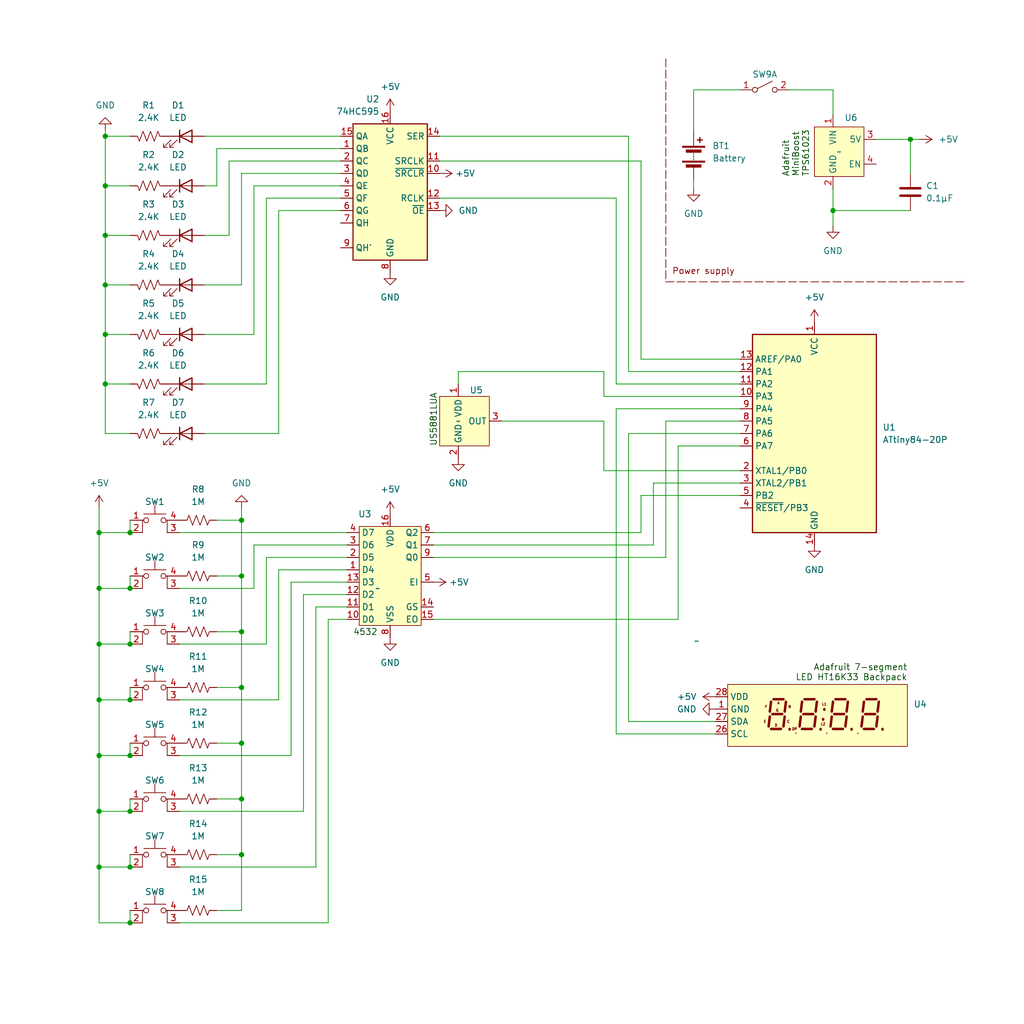
<source format=kicad_sch>
(kicad_sch (version 20230121) (generator eeschema)
  (paper "User" 210.007 210.007)
  (title_block (title "Digi-Roll") (date "2024-08-22") (rev "1") (company "zbauman3"))
  (lib_symbols
    (symbol "4xxx:4532"
      (property "Reference" "U" (at 5.08 11.43 0))
      (symbol "4532_1_1"
        (rectangle (start -6.35 10.16) (end 6.35 -10.16) (fill (type background)))
        (text "4532" (at 5.08 -11.43 0) (effects (font (size 1.27 1.27))))
        (pin input line (at 8.89 1.27 180) (length 2.54) (name "D4") (number "1"))
        (pin input line (at 8.89 -8.89 180) (length 2.54) (name "D0") (number "10"))
        (pin input line (at 8.89 -6.35 180) (length 2.54) (name "D1") (number "11"))
        (pin input line (at 8.89 -3.81 180) (length 2.54) (name "D2") (number "12"))
        (pin input line (at 8.89 -1.27 180) (length 2.54) (name "D3") (number "13"))
        (pin output line (at -8.89 -6.35 0) (length 2.54) (name "GS") (number "14"))
        (pin output line (at -8.89 -8.89 0) (length 2.54) (name "EO") (number "15"))
        (pin power_in line (at 0 12.7 270) (length 2.54) (name "VDD") (number "16"))
        (pin input line (at 8.89 3.81 180) (length 2.54) (name "D5") (number "2"))
        (pin input line (at 8.89 6.35 180) (length 2.54) (name "D6") (number "3"))
        (pin input line (at 8.89 8.89 180) (length 2.54) (name "D7") (number "4"))
        (pin input line (at -8.89 -1.27 0) (length 2.54) (name "EI") (number "5"))
        (pin output line (at -8.89 8.89 0) (length 2.54) (name "Q2") (number "6"))
        (pin output line (at -8.89 6.35 0) (length 2.54) (name "Q1") (number "7"))
        (pin power_in line (at 0 -12.7 90) (length 2.54) (name "VSS") (number "8"))
        (pin output line (at -8.89 3.81 0) (length 2.54) (name "Q0") (number "9"))
      )
    )
    (symbol "74xx:74HC595"
      (property "Reference" "U" (at -7.62 13.97 0))
      (property "Value" "74HC595" (at -7.62 -16.51 0))
      (symbol "74HC595_1_0"
        (pin tri_state line (at 10.16 7.62 180) (length 2.54) (name "QB") (number "1"))
        (pin input line (at -10.16 2.54 0) (length 2.54) (name "~{SRCLR}") (number "10"))
        (pin input line (at -10.16 5.08 0) (length 2.54) (name "SRCLK") (number "11"))
        (pin input line (at -10.16 -2.54 0) (length 2.54) (name "RCLK") (number "12"))
        (pin input line (at -10.16 -5.08 0) (length 2.54) (name "~{OE}") (number "13"))
        (pin input line (at -10.16 10.16 0) (length 2.54) (name "SER") (number "14"))
        (pin tri_state line (at 10.16 10.16 180) (length 2.54) (name "QA") (number "15"))
        (pin power_in line (at 0 15.24 270) (length 2.54) (name "VCC") (number "16"))
        (pin tri_state line (at 10.16 5.08 180) (length 2.54) (name "QC") (number "2"))
        (pin tri_state line (at 10.16 2.54 180) (length 2.54) (name "QD") (number "3"))
        (pin tri_state line (at 10.16 0 180) (length 2.54) (name "QE") (number "4"))
        (pin tri_state line (at 10.16 -2.54 180) (length 2.54) (name "QF") (number "5"))
        (pin tri_state line (at 10.16 -5.08 180) (length 2.54) (name "QG") (number "6"))
        (pin tri_state line (at 10.16 -7.62 180) (length 2.54) (name "QH") (number "7"))
        (pin power_in line (at 0 -17.78 90) (length 2.54) (name "GND") (number "8"))
        (pin output line (at 10.16 -12.7 180) (length 2.54) (name "QH'") (number "9"))
      )
      (symbol "74HC595_1_1"
        (rectangle (start -7.62 12.7) (end 7.62 -15.24) (stroke (width 0.254)) (fill (type background)))
      )
    )
    (symbol "Device:Battery" (pin_numbers hide) (pin_names (offset 0) hide)
      (property "Reference" "BT" (at 2.54 2.54 0))
      (property "Value" "Battery" (at 2.54 0 0))
      (symbol "Battery_0_1"
        (rectangle (start -2.286 -1.27) (end 2.286 -1.524) (fill (type outline)))
        (rectangle (start -2.286 1.778) (end 2.286 1.524) (fill (type outline)))
        (rectangle (start -1.524 -2.032) (end 1.524 -2.54) (fill (type outline)))
        (rectangle (start -1.524 1.016) (end 1.524 0.508) (fill (type outline)))
        (polyline (pts (xy 0 -1.016) (xy 0 -0.762)))
        (polyline (pts (xy 0 -0.508) (xy 0 -0.254)))
        (polyline (pts (xy 0 0) (xy 0 0.254)))
        (polyline (pts (xy 0 1.778) (xy 0 2.54)))
        (polyline (pts (xy 0.762 3.048) (xy 1.778 3.048)) (stroke (width 0.254)))
        (polyline (pts (xy 1.27 3.556) (xy 1.27 2.54)) (stroke (width 0.254)))
      )
      (symbol "Battery_1_1"
        (pin passive line (at 0 5.08 270) (length 2.54) (name "+") (number "1"))
        (pin passive line (at 0 -5.08 90) (length 2.54) (name "-") (number "2"))
      )
    )
    (symbol "Device:C" (pin_numbers hide) (pin_names (offset 0.254))
      (property "Reference" "C" (at 0.635 2.54 0))
      (property "Value" "C" (at 0.635 -2.54 0))
      (symbol "C_0_1"
        (polyline (pts (xy -2.032 -0.762) (xy 2.032 -0.762)) (stroke (width 0.508)))
        (polyline (pts (xy -2.032 0.762) (xy 2.032 0.762)) (stroke (width 0.508)))
      )
      (symbol "C_1_1"
        (pin passive line (at 0 3.81 270) (length 2.794) (name "~") (number "1"))
        (pin passive line (at 0 -3.81 90) (length 2.794) (name "~") (number "2"))
      )
    )
    (symbol "Device:LED" (pin_numbers hide) (pin_names (offset 1.016) hide)
      (property "Reference" "D" (at 0 2.54 0))
      (property "Value" "LED" (at 0 -2.54 0))
      (symbol "LED_0_1"
        (polyline (pts (xy -1.27 -1.27) (xy -1.27 1.27)) (stroke (width 0.254)))
        (polyline (pts (xy -1.27 0) (xy 1.27 0)))
        (polyline (pts (xy 1.27 -1.27) (xy 1.27 1.27) (xy -1.27 0) (xy 1.27 -1.27)) (stroke (width 0.254)))
        (polyline (pts (xy -3.048 -0.762) (xy -4.572 -2.286) (xy -3.81 -2.286) (xy -4.572 -2.286) (xy -4.572 -1.524)))
        (polyline (pts (xy -1.778 -0.762) (xy -3.302 -2.286) (xy -2.54 -2.286) (xy -3.302 -2.286) (xy -3.302 -1.524)))
      )
      (symbol "LED_1_1"
        (pin passive line (at -3.81 0 0) (length 2.54) (name "K") (number "1"))
        (pin passive line (at 3.81 0 180) (length 2.54) (name "A") (number "2"))
      )
    )
    (symbol "Device:R_US" (pin_numbers hide) (pin_names (offset 0))
      (property "Reference" "R" (at 2.54 0 90))
      (property "Value" "R_US" (at -2.54 0 90))
      (symbol "R_US_0_1"
        (polyline (pts (xy 0 -2.286) (xy 0 -2.54)))
        (polyline (pts (xy 0 2.286) (xy 0 2.54)))
        (polyline (pts (xy 0 -0.762) (xy 1.016 -1.143) (xy 0 -1.524) (xy -1.016 -1.905) (xy 0 -2.286)))
        (polyline (pts (xy 0 0.762) (xy 1.016 0.381) (xy 0 0) (xy -1.016 -0.381) (xy 0 -0.762)))
        (polyline (pts (xy 0 2.286) (xy 1.016 1.905) (xy 0 1.524) (xy -1.016 1.143) (xy 0 0.762)))
      )
      (symbol "R_US_1_1"
        (pin passive line (at 0 3.81 270) (length 1.27) (name "~") (number "1"))
        (pin passive line (at 0 -3.81 90) (length 1.27) (name "~") (number "2"))
      )
    )
    (symbol "Display_Character:Adafruit_7-segment_LED_HT16K33_Backpack"
      (property "Reference" "U" (at -16.51 7.62 0))
      (symbol "Adafruit_7-segment_LED_HT16K33_Backpack_0_1"
        (rectangle (start -3.81 -3.683) (end -3.81 -3.683) (stroke (width 0.254)))
        (polyline (pts (xy -3.81 -3.683) (xy -3.81 -3.683)) (stroke (width 0.254)))
        (polyline (pts (xy 2.54 -3.683) (xy 2.54 -3.683)) (stroke (width 0.254)))
        (polyline (pts (xy 8.89 -3.683) (xy 8.89 -3.683)) (stroke (width 0.254)))
        (rectangle (start 2.54 -3.683) (end 2.54 -3.683) (stroke (width 0.254)))
        (rectangle (start 8.89 -3.683) (end 8.89 -3.683) (stroke (width 0.254)))
      )
      (symbol "Adafruit_7-segment_LED_HT16K33_Backpack_1_0"
        (text "A" (at -7.366 2.54 0) (effects (font (size 0.508 0.508))))
        (text "B" (at -5.08 1.778 0) (effects (font (size 0.508 0.508))))
        (text "C" (at -5.334 -1.27 0) (effects (font (size 0.508 0.508))))
        (text "D" (at -7.874 -2.032 0) (effects (font (size 0.508 0.508))))
        (text "DP" (at -4.064 -2.794 0) (effects (font (size 0.508 0.508))))
        (text "E" (at -10.16 -1.27 0) (effects (font (size 0.508 0.508))))
        (text "F" (at -9.906 1.778 0) (effects (font (size 0.508 0.508))))
        (text "G" (at -7.62 1.016 0) (effects (font (size 0.508 0.508))))
        (text "L1" (at 2.032 2.286 0) (effects (font (size 0.508 0.508))))
        (text "L2" (at 1.778 -1.778 0) (effects (font (size 0.508 0.508))))
      )
      (symbol "Adafruit_7-segment_LED_HT16K33_Backpack_1_1"
        (rectangle (start -17.78 6.35) (end 19.05 -6.35) (fill (type background)))
        (polyline (pts (xy -9.144 -0.254) (xy -9.398 -2.286)) (stroke (width 0.508)))
        (polyline (pts (xy -8.89 -2.794) (xy -6.858 -2.794)) (stroke (width 0.508)))
        (polyline (pts (xy -8.89 2.794) (xy -9.144 0.762)) (stroke (width 0.508)))
        (polyline (pts (xy -8.636 0.254) (xy -6.604 0.254)) (stroke (width 0.508)))
        (polyline (pts (xy -8.382 3.302) (xy -6.35 3.302)) (stroke (width 0.508)))
        (polyline (pts (xy -6.096 -0.254) (xy -6.35 -2.286)) (stroke (width 0.508)))
        (polyline (pts (xy -5.842 2.794) (xy -6.096 0.762)) (stroke (width 0.508)))
        (polyline (pts (xy -5.08 -2.921) (xy -5.08 -2.794)) (stroke (width 0.508)))
        (polyline (pts (xy -2.794 -0.254) (xy -3.048 -2.286)) (stroke (width 0.508)))
        (polyline (pts (xy -2.54 -2.794) (xy -0.508 -2.794)) (stroke (width 0.508)))
        (polyline (pts (xy -2.54 2.794) (xy -2.794 0.762)) (stroke (width 0.508)))
        (polyline (pts (xy -2.286 0.254) (xy -0.254 0.254)) (stroke (width 0.508)))
        (polyline (pts (xy -2.032 3.302) (xy 0 3.302)) (stroke (width 0.508)))
        (polyline (pts (xy 0.254 -0.254) (xy 0 -2.286)) (stroke (width 0.508)))
        (polyline (pts (xy 0.508 2.794) (xy 0.254 0.762)) (stroke (width 0.508)))
        (polyline (pts (xy 1.27 -2.921) (xy 1.27 -2.794)) (stroke (width 0.508)))
        (polyline (pts (xy 1.778 -0.889) (xy 1.778 -0.762)) (stroke (width 0.508)))
        (polyline (pts (xy 2.032 1.143) (xy 2.032 1.27)) (stroke (width 0.508)))
        (polyline (pts (xy 3.556 -0.254) (xy 3.302 -2.286)) (stroke (width 0.508)))
        (polyline (pts (xy 3.81 -2.794) (xy 5.842 -2.794)) (stroke (width 0.508)))
        (polyline (pts (xy 3.81 2.794) (xy 3.556 0.762)) (stroke (width 0.508)))
        (polyline (pts (xy 4.064 0.254) (xy 6.096 0.254)) (stroke (width 0.508)))
        (polyline (pts (xy 4.318 3.302) (xy 6.35 3.302)) (stroke (width 0.508)))
        (polyline (pts (xy 6.604 -0.254) (xy 6.35 -2.286)) (stroke (width 0.508)))
        (polyline (pts (xy 6.858 2.794) (xy 6.604 0.762)) (stroke (width 0.508)))
        (polyline (pts (xy 7.62 -2.921) (xy 7.62 -2.794)) (stroke (width 0.508)))
        (polyline (pts (xy 9.906 -0.254) (xy 9.652 -2.286)) (stroke (width 0.508)))
        (polyline (pts (xy 10.16 -2.794) (xy 12.192 -2.794)) (stroke (width 0.508)))
        (polyline (pts (xy 10.16 2.794) (xy 9.906 0.762)) (stroke (width 0.508)))
        (polyline (pts (xy 10.414 0.254) (xy 12.446 0.254)) (stroke (width 0.508)))
        (polyline (pts (xy 10.668 3.302) (xy 12.7 3.302)) (stroke (width 0.508)))
        (polyline (pts (xy 12.954 -0.254) (xy 12.7 -2.286)) (stroke (width 0.508)))
        (polyline (pts (xy 13.208 2.794) (xy 12.954 0.762)) (stroke (width 0.508)))
        (polyline (pts (xy 13.97 -2.921) (xy 13.97 -2.794)) (stroke (width 0.508)))
        (text "Adafruit 7-segment\nLED HT16K33 Backpack" (at 19.05 8.89 0) (effects (font (size 1.27 1.27)) (justify right)))
        (pin power_in line (at -20.32 1.27 0) (length 2.54) (name "GND") (number "1"))
        (pin input line (at -20.32 -3.81 0) (length 2.54) (name "SCL") (number "26"))
        (pin bidirectional line (at -20.32 -1.27 0) (length 2.54) (name "SDA") (number "27"))
        (pin power_in line (at -20.32 3.81 0) (length 2.54) (name "VDD") (number "28"))
      )
    )
    (symbol "MCU_Microchip_ATtiny:ATtiny84-20P"
      (property "Reference" "U" (at -12.7 21.59 0))
      (property "Value" "ATtiny84-20P" (at 2.54 -21.59 0))
      (symbol "ATtiny84-20P_0_1"
        (rectangle (start -12.7 -20.32) (end 12.7 20.32) (stroke (width 0.254)) (fill (type background)))
      )
      (symbol "ATtiny84-20P_1_1"
        (pin power_in line (at 0 22.86 270) (length 2.54) (name "VCC") (number "1"))
        (pin bidirectional line (at 15.24 7.62 180) (length 2.54) (name "PA3") (number "10"))
        (pin bidirectional line (at 15.24 10.16 180) (length 2.54) (name "PA2") (number "11"))
        (pin bidirectional line (at 15.24 12.7 180) (length 2.54) (name "PA1") (number "12"))
        (pin bidirectional line (at 15.24 15.24 180) (length 2.54) (name "AREF/PA0") (number "13"))
        (pin power_in line (at 0 -22.86 90) (length 2.54) (name "GND") (number "14"))
        (pin bidirectional line (at 15.24 -7.62 180) (length 2.54) (name "XTAL1/PB0") (number "2"))
        (pin bidirectional line (at 15.24 -10.16 180) (length 2.54) (name "XTAL2/PB1") (number "3"))
        (pin bidirectional line (at 15.24 -15.24 180) (length 2.54) (name "~{RESET}/PB3") (number "4"))
        (pin bidirectional line (at 15.24 -12.7 180) (length 2.54) (name "PB2") (number "5"))
        (pin bidirectional line (at 15.24 -2.54 180) (length 2.54) (name "PA7") (number "6"))
        (pin bidirectional line (at 15.24 0 180) (length 2.54) (name "PA6") (number "7"))
        (pin bidirectional line (at 15.24 2.54 180) (length 2.54) (name "PA5") (number "8"))
        (pin bidirectional line (at 15.24 5.08 180) (length 2.54) (name "PA4") (number "9"))
      )
    )
    (symbol "Regulator_Switching:Adafruit_MiniBoost_5V"
      (property "Reference" "U" (at 3.81 6.35 0))
      (symbol "Adafruit_MiniBoost_5V_1_1"
        (rectangle (start -5.08 5.08) (end 5.08 -5.08) (fill (type background)))
        (text "Adafruit\nMiniBoost\nTPS61023" (at -8.89 -5.08 900) (effects (font (size 1.27 1.27)) (justify left)))
        (pin power_in line (at -1.27 7.62 270) (length 2.54) (name "VIN") (number "1"))
        (pin power_in line (at -1.27 -7.62 90) (length 2.54) (name "GND") (number "2"))
        (pin power_out line (at 7.62 2.54 180) (length 2.54) (name "5V") (number "3"))
        (pin input line (at 7.62 -2.54 180) (length 2.54) (name "EN") (number "4"))
      )
    )
    (symbol "Sensor_Magnetic:US5881LUA"
      (property "Reference" "U" (at 5.08 6.35 0))
      (symbol "US5881LUA_1_1"
        (rectangle (start -3.81 5.08) (end 6.35 -5.08) (fill (type background)))
        (text "US5881LUA" (at -5.08 -5.08 900) (effects (font (size 1.27 1.27)) (justify left)))
        (pin power_in line (at 0 7.62 270) (length 2.54) (name "VDD") (number "1"))
        (pin power_in line (at 0 -7.62 90) (length 2.54) (name "GND") (number "2"))
        (pin output line (at 8.89 0 180) (length 2.54) (name "OUT") (number "3"))
      )
    )
    (symbol "Switch:SW_DPST_x2" (pin_names (offset 0) hide)
      (property "Reference" "SW" (at 0 3.175 0))
      (property "Value" "SW_DPST_x2" (at 0 -2.54 0))
      (symbol "SW_DPST_x2_0_0"
        (circle (center -2.032 0) (radius 0.508))
        (polyline (pts (xy -1.524 0.254) (xy 1.524 1.778)))
        (circle (center 2.032 0) (radius 0.508))
      )
      (symbol "SW_DPST_x2_1_1"
        (pin passive line (at -5.08 0 0) (length 2.54) (name "A") (number "1"))
        (pin passive line (at 5.08 0 180) (length 2.54) (name "B") (number "2"))
      )
      (symbol "SW_DPST_x2_2_1"
        (pin passive line (at -5.08 0 0) (length 2.54) (name "A") (number "3"))
        (pin passive line (at 5.08 0 180) (length 2.54) (name "B") (number "4"))
      )
    )
    (symbol "Switch:SW_MEC_5E" (pin_names (offset 1.016) hide)
      (property "Reference" "SW" (at 0.635 5.715 0))
      (property "Value" "SW_MEC_5E" (at 0 -3.175 0))
      (symbol "SW_MEC_5E_0_1"
        (circle (center -1.778 2.54) (radius 0.508))
        (polyline (pts (xy -2.286 3.81) (xy 2.286 3.81)))
        (polyline (pts (xy 0 3.81) (xy 0 5.588)))
        (polyline (pts (xy -2.54 0) (xy -2.54 2.54) (xy -2.286 2.54)))
        (polyline (pts (xy 2.54 0) (xy 2.54 2.54) (xy 2.286 2.54)))
        (circle (center 1.778 2.54) (radius 0.508))
        (pin passive line (at -5.08 2.54 0) (length 2.54) (name "1") (number "1"))
        (pin passive line (at -5.08 0 0) (length 2.54) (name "2") (number "2"))
        (pin passive line (at 5.08 0 180) (length 2.54) (name "K") (number "3"))
        (pin passive line (at 5.08 2.54 180) (length 2.54) (name "A") (number "4"))
      )
    )
    (symbol "power:+5V" (power) (pin_names (offset 0))
      (property "Value" "+5V" (at 0 3.556 0))
      (symbol "+5V_0_1"
        (polyline (pts (xy -0.762 1.27) (xy 0 2.54)))
        (polyline (pts (xy 0 0) (xy 0 2.54)))
        (polyline (pts (xy 0 2.54) (xy 0.762 1.27)))
      )
      (symbol "+5V_1_1"
        (pin power_in line (at 0 0 90) (length 0) hide (name "+5V") (number "1"))
      )
    )
    (symbol "power:GND" (power) (pin_names (offset 0))
      (property "Value" "GND" (at 0 -3.81 0))
      (symbol "GND_0_1"
        (polyline (pts (xy 0 0) (xy 0 -1.27) (xy 1.27 -1.27) (xy 0 -2.54) (xy -1.27 -1.27) (xy 0 -1.27)))
      )
      (symbol "GND_1_1"
        (pin power_in line (at 0 0 270) (length 0) hide (name "GND") (number "1"))
      )
    )
  )
  (junction (at 26.67 166.37))
  (junction (at 170.815 43.18))
  (junction (at 49.53 152.4))
  (junction (at 26.67 120.65))
  (junction (at 49.53 118.11))
  (junction (at 21.59 78.74))
  (junction (at 26.67 177.8))
  (junction (at 21.59 38.1))
  (junction (at 49.53 140.97))
  (junction (at 49.53 175.26))
  (junction (at 21.59 27.94))
  (junction (at 26.67 143.51))
  (junction (at 20.32 143.51))
  (junction (at 26.67 154.94))
  (junction (at 21.59 58.42))
  (junction (at 20.32 132.08))
  (junction (at 20.32 120.65))
  (junction (at 49.53 163.83))
  (junction (at 49.53 129.54))
  (junction (at 26.67 189.23))
  (junction (at 186.69 28.575))
  (junction (at 49.53 106.68))
  (junction (at 20.32 109.22))
  (junction (at 26.67 132.08))
  (junction (at 20.32 154.94))
  (junction (at 26.67 109.22))
  (junction (at 21.59 68.58))
  (junction (at 21.59 48.26))
  (junction (at 20.32 166.37))
  (junction (at 20.32 177.8))
  (wire (pts (xy 67.31 189.23) (xy 36.83 189.23)))
  (wire (pts (xy 26.67 140.97) (xy 26.67 143.51)))
  (wire (pts (xy 71.12 114.3) (xy 54.61 114.3)))
  (wire (pts (xy 26.67 118.11) (xy 26.67 120.65)))
  (wire (pts (xy 69.85 38.1) (xy 52.07 38.1)))
  (wire (pts (xy 64.77 124.46) (xy 64.77 177.8)))
  (wire (pts (xy 41.91 27.94) (xy 69.85 27.94)))
  (wire (pts (xy 151.765 78.74) (xy 126.365 78.74)))
  (wire (pts (xy 128.905 88.9) (xy 128.905 147.955)))
  (wire (pts (xy 57.15 143.51) (xy 36.83 143.51)))
  (wire (pts (xy 20.32 109.22) (xy 26.67 109.22)))
  (wire (pts (xy 26.67 186.69) (xy 26.67 189.23)))
  (wire (pts (xy 69.85 43.18) (xy 57.15 43.18)))
  (wire (pts (xy 71.12 121.92) (xy 62.23 121.92)))
  (wire (pts (xy 20.32 109.22) (xy 20.32 120.65)))
  (wire (pts (xy 151.765 81.28) (xy 123.825 81.28)))
  (wire (pts (xy 142.24 18.415) (xy 151.765 18.415)))
  (wire (pts (xy 26.67 48.26) (xy 21.59 48.26)))
  (wire (pts (xy 26.67 129.54) (xy 26.67 132.08)))
  (wire (pts (xy 123.825 86.36) (xy 102.87 86.36)))
  (wire (pts (xy 20.32 154.94) (xy 26.67 154.94)))
  (wire (pts (xy 49.53 175.26) (xy 49.53 186.69)))
  (wire (pts (xy 151.765 86.36) (xy 136.525 86.36)))
  (wire (pts (xy 20.32 166.37) (xy 20.32 177.8)))
  (wire (pts (xy 21.59 68.58) (xy 21.59 78.74)))
  (wire (pts (xy 46.99 33.02) (xy 46.99 48.26)))
  (wire (pts (xy 186.69 28.575) (xy 188.595 28.575)))
  (wire (pts (xy 71.12 119.38) (xy 59.69 119.38)))
  (wire (pts (xy 67.31 127) (xy 67.31 189.23)))
  (wire (pts (xy 93.98 76.2) (xy 123.825 76.2)))
  (wire (pts (xy 26.67 175.26) (xy 26.67 177.8)))
  (wire (pts (xy 44.45 30.48) (xy 44.45 38.1)))
  (wire (pts (xy 123.825 96.52) (xy 123.825 86.36)))
  (wire (pts (xy 49.53 106.68) (xy 49.53 118.11)))
  (wire (pts (xy 151.765 99.06) (xy 133.985 99.06)))
  (wire (pts (xy 49.53 35.56) (xy 49.53 58.42)))
  (wire (pts (xy 126.365 83.82) (xy 126.365 150.495)))
  (wire (pts (xy 49.53 152.4) (xy 49.53 163.83)))
  (wire (pts (xy 44.45 106.68) (xy 49.53 106.68)))
  (wire (pts (xy 54.61 114.3) (xy 54.61 132.08)))
  (wire (pts (xy 151.765 91.44) (xy 139.065 91.44)))
  (wire (pts (xy 44.45 129.54) (xy 49.53 129.54)))
  (polyline (pts (xy 136.525 57.785) (xy 198.12 57.785)) (stroke (width 0) (type dash) (color 132 0 0 1)))
  (wire (pts (xy 123.825 81.28) (xy 123.825 76.2)))
  (wire (pts (xy 21.59 38.1) (xy 21.59 48.26)))
  (wire (pts (xy 49.53 186.69) (xy 44.45 186.69)))
  (wire (pts (xy 59.69 154.94) (xy 36.83 154.94)))
  (wire (pts (xy 131.445 73.66) (xy 131.445 33.02)))
  (wire (pts (xy 21.59 78.74) (xy 21.59 88.9)))
  (wire (pts (xy 54.61 132.08) (xy 36.83 132.08)))
  (wire (pts (xy 136.525 114.3) (xy 88.9 114.3)))
  (wire (pts (xy 69.85 33.02) (xy 46.99 33.02)))
  (wire (pts (xy 52.07 38.1) (xy 52.07 68.58)))
  (wire (pts (xy 54.61 40.64) (xy 54.61 78.74)))
  (wire (pts (xy 71.12 116.84) (xy 57.15 116.84)))
  (wire (pts (xy 170.815 43.18) (xy 186.69 43.18)))
  (wire (pts (xy 57.15 43.18) (xy 57.15 88.9)))
  (wire (pts (xy 151.765 73.66) (xy 131.445 73.66)))
  (wire (pts (xy 36.83 109.22) (xy 71.12 109.22)))
  (wire (pts (xy 133.985 111.76) (xy 88.9 111.76)))
  (wire (pts (xy 128.905 76.2) (xy 128.905 27.94)))
  (wire (pts (xy 62.23 121.92) (xy 62.23 166.37)))
  (wire (pts (xy 59.69 119.38) (xy 59.69 154.94)))
  (wire (pts (xy 21.59 27.94) (xy 21.59 38.1)))
  (wire (pts (xy 49.53 118.11) (xy 49.53 129.54)))
  (wire (pts (xy 131.445 109.22) (xy 88.9 109.22)))
  (wire (pts (xy 136.525 86.36) (xy 136.525 114.3)))
  (wire (pts (xy 44.45 140.97) (xy 49.53 140.97)))
  (wire (pts (xy 139.065 91.44) (xy 139.065 127)))
  (wire (pts (xy 186.69 28.575) (xy 186.69 35.56)))
  (wire (pts (xy 142.24 36.83) (xy 142.24 38.735)))
  (wire (pts (xy 161.925 18.415) (xy 170.815 18.415)))
  (wire (pts (xy 44.45 152.4) (xy 49.53 152.4)))
  (wire (pts (xy 26.67 68.58) (xy 21.59 68.58)))
  (wire (pts (xy 179.705 28.575) (xy 186.69 28.575)))
  (wire (pts (xy 20.32 120.65) (xy 20.32 132.08)))
  (wire (pts (xy 71.12 111.76) (xy 52.07 111.76)))
  (wire (pts (xy 26.67 27.94) (xy 21.59 27.94)))
  (wire (pts (xy 21.59 48.26) (xy 21.59 58.42)))
  (wire (pts (xy 69.85 35.56) (xy 49.53 35.56)))
  (wire (pts (xy 26.67 106.68) (xy 26.67 109.22)))
  (wire (pts (xy 57.15 116.84) (xy 57.15 143.51)))
  (wire (pts (xy 54.61 78.74) (xy 41.91 78.74)))
  (wire (pts (xy 139.065 127) (xy 88.9 127)))
  (wire (pts (xy 21.59 88.9) (xy 26.67 88.9)))
  (wire (pts (xy 170.815 46.355) (xy 170.815 43.18)))
  (wire (pts (xy 69.85 30.48) (xy 44.45 30.48)))
  (wire (pts (xy 142.24 18.415) (xy 142.24 26.67)))
  (wire (pts (xy 126.365 78.74) (xy 126.365 40.64)))
  (wire (pts (xy 20.32 104.14) (xy 20.32 109.22)))
  (wire (pts (xy 20.32 189.23) (xy 26.67 189.23)))
  (wire (pts (xy 151.765 101.6) (xy 131.445 101.6)))
  (wire (pts (xy 20.32 120.65) (xy 26.67 120.65)))
  (wire (pts (xy 44.45 175.26) (xy 49.53 175.26)))
  (wire (pts (xy 44.45 118.11) (xy 49.53 118.11)))
  (wire (pts (xy 52.07 68.58) (xy 41.91 68.58)))
  (wire (pts (xy 26.67 58.42) (xy 21.59 58.42)))
  (wire (pts (xy 20.32 177.8) (xy 26.67 177.8)))
  (wire (pts (xy 151.765 96.52) (xy 123.825 96.52)))
  (wire (pts (xy 133.985 99.06) (xy 133.985 111.76)))
  (polyline (pts (xy 136.525 12.065) (xy 136.525 57.785)) (stroke (width 0) (type dash) (color 132 0 0 1)))
  (wire (pts (xy 52.07 120.65) (xy 36.83 120.65)))
  (wire (pts (xy 151.765 88.9) (xy 128.905 88.9)))
  (wire (pts (xy 170.815 18.415) (xy 170.815 23.495)))
  (wire (pts (xy 71.12 127) (xy 67.31 127)))
  (wire (pts (xy 26.67 152.4) (xy 26.67 154.94)))
  (wire (pts (xy 131.445 101.6) (xy 131.445 109.22)))
  (wire (pts (xy 69.85 40.64) (xy 54.61 40.64)))
  (wire (pts (xy 49.53 163.83) (xy 49.53 175.26)))
  (wire (pts (xy 62.23 166.37) (xy 36.83 166.37)))
  (wire (pts (xy 52.07 111.76) (xy 52.07 120.65)))
  (wire (pts (xy 44.45 163.83) (xy 49.53 163.83)))
  (wire (pts (xy 26.67 38.1) (xy 21.59 38.1)))
  (wire (pts (xy 49.53 104.14) (xy 49.53 106.68)))
  (wire (pts (xy 131.445 33.02) (xy 90.17 33.02)))
  (wire (pts (xy 128.905 147.955) (xy 146.685 147.955)))
  (wire (pts (xy 21.59 58.42) (xy 21.59 68.58)))
  (wire (pts (xy 46.99 48.26) (xy 41.91 48.26)))
  (wire (pts (xy 57.15 88.9) (xy 41.91 88.9)))
  (wire (pts (xy 20.32 143.51) (xy 20.32 154.94)))
  (wire (pts (xy 170.815 43.18) (xy 170.815 38.735)))
  (wire (pts (xy 93.98 76.2) (xy 93.98 78.74)))
  (wire (pts (xy 126.365 150.495) (xy 146.685 150.495)))
  (wire (pts (xy 49.53 129.54) (xy 49.53 140.97)))
  (wire (pts (xy 20.32 177.8) (xy 20.32 189.23)))
  (wire (pts (xy 20.32 154.94) (xy 20.32 166.37)))
  (wire (pts (xy 126.365 40.64) (xy 90.17 40.64)))
  (wire (pts (xy 151.765 76.2) (xy 128.905 76.2)))
  (wire (pts (xy 20.32 143.51) (xy 26.67 143.51)))
  (wire (pts (xy 26.67 163.83) (xy 26.67 166.37)))
  (wire (pts (xy 49.53 58.42) (xy 41.91 58.42)))
  (wire (pts (xy 44.45 38.1) (xy 41.91 38.1)))
  (wire (pts (xy 151.765 83.82) (xy 126.365 83.82)))
  (wire (pts (xy 21.59 26.67) (xy 21.59 27.94)))
  (wire (pts (xy 128.905 27.94) (xy 90.17 27.94)))
  (wire (pts (xy 20.32 132.08) (xy 20.32 143.51)))
  (wire (pts (xy 20.32 132.08) (xy 26.67 132.08)))
  (wire (pts (xy 64.77 177.8) (xy 36.83 177.8)))
  (wire (pts (xy 26.67 78.74) (xy 21.59 78.74)))
  (wire (pts (xy 71.12 124.46) (xy 64.77 124.46)))
  (wire (pts (xy 49.53 140.97) (xy 49.53 152.4)))
  (wire (pts (xy 20.32 166.37) (xy 26.67 166.37)))
  (text "Power supply" (at 137.795 56.515 0) (effects (font (size 1.27 1.27)) (justify left bottom)))
  (symbol (lib_id "power:+5V") (at 88.9 119.38 270) (unit 1)
    (property "Reference" "#PWR019" (effects hide))
    (property "Value" "+5V" (at 92.075 119.38 90) (effects (justify left)))
  )
  (symbol (lib_id "power:+5V") (at 146.685 142.875 90) (unit 1)
    (property "Reference" "#PWR013" (effects hide))
    (property "Value" "+5V" (at 142.875 142.875 90) (effects (justify left)))
  )
  (symbol (lib_id "Device:R_US") (at 40.64 129.54 90) (unit 1)
    (property "Reference" "R10" (at 40.64 123.19 90))
    (property "Value" "1M" (at 40.64 125.73 90))
  )
  (symbol (lib_id "Device:R_US") (at 30.48 27.94 270) (mirror x) (unit 1)
    (property "Reference" "R1" (at 30.48 21.59 90))
    (property "Value" "2.4K" (at 30.48 24.13 90))
  )
  (symbol (lib_id "power:GND") (at 49.53 104.14 0) (mirror x) (unit 1)
    (property "Reference" "#PWR015" (effects hide))
    (property "Value" "GND" (at 49.53 99.06 0))
  )
  (symbol (lib_id "74xx:74HC595") (at 80.01 38.1 0) (mirror y) (unit 1)
    (property "Reference" "U2" (at 77.8159 20.32 0) (effects (justify left)))
    (property "Value" "74HC595" (at 77.8159 22.86 0) (effects (justify left)))
    (property "Datasheet" "http://www.ti.com/lit/ds/symlink/sn74hc595.pdf" (effects hide))
  )
  (symbol (lib_id "power:GND") (at 80.01 130.81 0) (unit 1)
    (property "Reference" "#PWR010" (effects hide))
    (property "Value" "GND" (at 80.01 135.89 0))
  )
  (symbol (lib_id "Device:R_US") (at 40.64 186.69 90) (unit 1)
    (property "Reference" "R15" (at 40.64 180.34 90))
    (property "Value" "1M" (at 40.64 182.88 90))
  )
  (symbol (lib_id "power:GND") (at 167.005 111.76 0) (mirror y) (unit 1)
    (property "Reference" "#PWR01" (effects hide))
    (property "Value" "GND" (at 167.005 116.84 0))
  )
  (symbol (lib_id "Device:Battery") (at 142.24 31.75 0) (unit 1)
    (property "Reference" "BT1" (at 146.05 29.9085 0) (effects (justify left)))
    (property "Value" "Battery" (at 146.05 32.4485 0) (effects (justify left)))
  )
  (symbol (lib_id "power:+5V") (at 90.17 35.56 270) (unit 1)
    (property "Reference" "#PWR018" (effects hide))
    (property "Value" "+5V" (at 93.345 35.56 90) (effects (justify left)))
  )
  (symbol (lib_id "Device:R_US") (at 30.48 78.74 270) (mirror x) (unit 1)
    (property "Reference" "R6" (at 30.48 72.39 90))
    (property "Value" "2.4K" (at 30.48 74.93 90))
  )
  (symbol (lib_id "Device:R_US") (at 30.48 48.26 270) (mirror x) (unit 1)
    (property "Reference" "R3" (at 30.48 41.91 90))
    (property "Value" "2.4K" (at 30.48 44.45 90))
  )
  (symbol (lib_id "Device:LED") (at 38.1 38.1 0) (unit 1)
    (property "Reference" "D2" (at 36.5125 31.75 0))
    (property "Value" "LED" (at 36.5125 34.29 0))
  )
  (symbol (lib_id "Display_Character:Adafruit_7-segment_LED_HT16K33_Backpack") (at 167.005 146.685 0) (unit 1)
    (property "Reference" "U4" (at 187.325 144.393 0) (effects (justify left)))
    (property "Value" "~" (at 142.875 131.445 0))
    (property "Datasheet" "https://learn.adafruit.com/assets/108790" (effects hide))
  )
  (symbol (lib_id "Device:R_US") (at 40.64 152.4 90) (unit 1)
    (property "Reference" "R12" (at 40.64 146.05 90))
    (property "Value" "1M" (at 40.64 148.59 90))
  )
  (symbol (lib_id "Device:R_US") (at 40.64 175.26 90) (unit 1)
    (property "Reference" "R14" (at 40.64 168.91 90))
    (property "Value" "1M" (at 40.64 171.45 90))
  )
  (symbol (lib_id "power:GND") (at 21.59 26.67 180) (unit 1)
    (property "Reference" "#PWR014" (effects hide))
    (property "Value" "GND" (at 21.59 21.59 0))
  )
  (symbol (lib_id "4xxx:4532") (at 80.01 118.11 0) (mirror y) (unit 1)
    (property "Reference" "U3" (at 76.2 105.41 0) (effects (justify left)))
    (property "Value" "~" (at 77.47 120.65 0))
    (property "Datasheet" "https://www.ti.com/lit/ds/symlink/cd4532b.pdf" (effects hide))
  )
  (symbol (lib_id "Device:LED") (at 38.1 58.42 0) (unit 1)
    (property "Reference" "D4" (at 36.5125 52.07 0))
    (property "Value" "LED" (at 36.5125 54.61 0))
  )
  (symbol (lib_id "Device:LED") (at 38.1 48.26 0) (unit 1)
    (property "Reference" "D3" (at 36.5125 41.91 0))
    (property "Value" "LED" (at 36.5125 44.45 0))
  )
  (symbol (lib_id "Device:R_US") (at 30.48 58.42 270) (mirror x) (unit 1)
    (property "Reference" "R4" (at 30.48 52.07 90))
    (property "Value" "2.4K" (at 30.48 54.61 90))
  )
  (symbol (lib_id "Device:R_US") (at 40.64 106.68 90) (unit 1)
    (property "Reference" "R8" (at 40.64 100.33 90))
    (property "Value" "1M" (at 40.64 102.87 90))
  )
  (symbol (lib_id "Switch:SW_MEC_5E") (at 31.75 120.65 0) (unit 1)
    (property "Reference" "SW2" (at 31.75 114.3 0))
    (property "Value" "SW_MEC_5E" (effects hide))
    (property "Datasheet" "http://www.apem.com/int/index.php?controller=attachment&id_attachment=1371" (effects hide))
  )
  (symbol (lib_id "Device:R_US") (at 40.64 140.97 90) (unit 1)
    (property "Reference" "R11" (at 40.64 134.62 90))
    (property "Value" "1M" (at 40.64 137.16 90))
  )
  (symbol (lib_id "Switch:SW_MEC_5E") (at 31.75 177.8 0) (unit 1)
    (property "Reference" "SW7" (at 31.75 171.45 0))
    (property "Value" "SW_MEC_5E" (effects hide))
    (property "Datasheet" "http://www.apem.com/int/index.php?controller=attachment&id_attachment=1371" (effects hide))
  )
  (symbol (lib_id "Device:LED") (at 38.1 78.74 0) (unit 1)
    (property "Reference" "D6" (at 36.5125 72.39 0))
    (property "Value" "LED" (at 36.5125 74.93 0))
  )
  (symbol (lib_id "Device:R_US") (at 40.64 163.83 90) (unit 1)
    (property "Reference" "R13" (at 40.64 157.48 90))
    (property "Value" "1M" (at 40.64 160.02 90))
  )
  (symbol (lib_id "power:GND") (at 146.685 145.415 270) (unit 1)
    (property "Reference" "#PWR012" (effects hide))
    (property "Value" "GND" (at 142.875 145.415 90) (effects (justify right)))
  )
  (symbol (lib_id "Switch:SW_MEC_5E") (at 31.75 143.51 0) (unit 1)
    (property "Reference" "SW4" (at 31.75 137.16 0))
    (property "Value" "SW_MEC_5E" (effects hide))
    (property "Datasheet" "http://www.apem.com/int/index.php?controller=attachment&id_attachment=1371" (effects hide))
  )
  (symbol (lib_id "Sensor_Magnetic:US5881LUA") (at 93.98 86.36 0) (unit 1)
    (property "Reference" "U5" (at 99.06 80.01 0) (effects (justify right)))
    (property "Value" "~" (at 93.98 86.36 0))
    (property "Datasheet" "https://media.melexis.com/-/media/files/documents/datasheets/US5881-datasheet-melexis.pdf" (effects hide))
  )
  (symbol (lib_id "Switch:SW_MEC_5E") (at 31.75 166.37 0) (unit 1)
    (property "Reference" "SW6" (at 31.75 160.02 0))
    (property "Value" "SW_MEC_5E" (effects hide))
    (property "Datasheet" "http://www.apem.com/int/index.php?controller=attachment&id_attachment=1371" (effects hide))
  )
  (symbol (lib_id "power:GND") (at 93.98 93.98 0) (unit 1)
    (property "Reference" "#PWR07" (effects hide))
    (property "Value" "GND" (at 93.98 99.06 0))
  )
  (symbol (lib_id "power:+5V") (at 167.005 66.04 0) (mirror y) (unit 1)
    (property "Reference" "#PWR05" (effects hide))
    (property "Value" "+5V" (at 167.005 60.96 0))
  )
  (symbol (lib_id "Device:C") (at 186.69 39.37 0) (unit 1)
    (property "Reference" "C1" (at 189.865 38.1 0) (effects (justify left)))
    (property "Value" "0.1µF" (at 189.865 40.64 0) (effects (justify left)))
  )
  (symbol (lib_id "power:GND") (at 170.815 46.355 0) (unit 1)
    (property "Reference" "#PWR03" (effects hide))
    (property "Value" "GND" (at 170.815 51.435 0))
  )
  (symbol (lib_id "Switch:SW_MEC_5E") (at 31.75 189.23 0) (unit 1)
    (property "Reference" "SW8" (at 31.75 182.88 0))
    (property "Value" "SW_MEC_5E" (effects hide))
    (property "Datasheet" "http://www.apem.com/int/index.php?controller=attachment&id_attachment=1371" (effects hide))
  )
  (symbol (lib_id "Switch:SW_DPST_x2") (at 156.845 18.415 0) (unit 1)
    (property "Reference" "SW9" (at 156.845 15.24 0))
    (property "Value" "SW_DPST_x2" (effects hide))
  )
  (symbol (lib_id "MCU_Microchip_ATtiny:ATtiny84-20P") (at 167.005 88.9 0) (mirror y) (unit 1)
    (property "Reference" "U1" (at 180.975 87.63 0) (effects (justify right)))
    (property "Value" "ATtiny84-20P" (at 180.975 90.17 0) (effects (justify right)))
    (property "Footprint" "Package_DIP:DIP-14_W7.62mm" (effects hide))
    (property "Datasheet" "http://ww1.microchip.com/downloads/en/DeviceDoc/doc8006.pdf" (effects hide))
  )
  (symbol (lib_id "Device:LED") (at 38.1 88.9 0) (unit 1)
    (property "Reference" "D7" (at 36.5125 82.55 0))
    (property "Value" "LED" (at 36.5125 85.09 0))
  )
  (symbol (lib_id "power:+5V") (at 188.595 28.575 270) (unit 1)
    (property "Reference" "#PWR04" (effects hide))
    (property "Value" "+5V" (at 192.405 28.575 90) (effects (justify left)))
  )
  (symbol (lib_id "power:GND") (at 80.01 55.88 0) (mirror y) (unit 1)
    (property "Reference" "#PWR011" (effects hide))
    (property "Value" "GND" (at 80.01 60.96 0))
  )
  (symbol (lib_id "Device:R_US") (at 30.48 88.9 270) (mirror x) (unit 1)
    (property "Reference" "R7" (at 30.48 82.55 90))
    (property "Value" "2.4K" (at 30.48 85.09 90))
  )
  (symbol (lib_id "Regulator_Switching:Adafruit_MiniBoost_5V") (at 172.085 31.115 0) (unit 1)
    (property "Reference" "U6" (at 175.895 24.13 0) (effects (justify right)))
    (property "Value" "~" (at 172.085 31.115 0))
  )
  (symbol (lib_id "power:+5V") (at 20.32 104.14 0) (unit 1)
    (property "Reference" "#PWR016" (effects hide))
    (property "Value" "+5V" (at 20.32 99.06 0))
  )
  (symbol (lib_id "Switch:SW_MEC_5E") (at 31.75 109.22 0) (unit 1)
    (property "Reference" "SW1" (at 31.75 102.87 0))
    (property "Value" "SW_MEC_5E" (effects hide))
    (property "Datasheet" "http://www.apem.com/int/index.php?controller=attachment&id_attachment=1371" (effects hide))
  )
  (symbol (lib_id "power:GND") (at 90.17 43.18 90) (unit 1)
    (property "Reference" "#PWR017" (effects hide))
    (property "Value" "GND" (at 93.98 43.18 90) (effects (justify right)))
  )
  (symbol (lib_id "power:GND") (at 142.24 38.735 0) (unit 1)
    (property "Reference" "#PWR02" (effects hide))
    (property "Value" "GND" (at 142.24 43.815 0))
  )
  (symbol (lib_id "Device:R_US") (at 40.64 118.11 90) (unit 1)
    (property "Reference" "R9" (at 40.64 111.76 90))
    (property "Value" "1M" (at 40.64 114.3 90))
  )
  (symbol (lib_id "Device:R_US") (at 30.48 68.58 270) (mirror x) (unit 1)
    (property "Reference" "R5" (at 30.48 62.23 90))
    (property "Value" "2.4K" (at 30.48 64.77 90))
  )
  (symbol (lib_id "power:+5V") (at 80.01 22.86 0) (mirror y) (unit 1)
    (property "Reference" "#PWR09" (effects hide))
    (property "Value" "+5V" (at 80.01 17.78 0))
  )
  (symbol (lib_id "Device:LED") (at 38.1 68.58 0) (unit 1)
    (property "Reference" "D5" (at 36.5125 62.23 0))
    (property "Value" "LED" (at 36.5125 64.77 0))
  )
  (symbol (lib_id "Device:LED") (at 38.1 27.94 0) (unit 1)
    (property "Reference" "D1" (at 36.5125 21.59 0))
    (property "Value" "LED" (at 36.5125 24.13 0))
  )
  (symbol (lib_id "Device:R_US") (at 30.48 38.1 270) (mirror x) (unit 1)
    (property "Reference" "R2" (at 30.48 31.75 90))
    (property "Value" "2.4K" (at 30.48 34.29 90))
  )
  (symbol (lib_id "Switch:SW_MEC_5E") (at 31.75 154.94 0) (unit 1)
    (property "Reference" "SW5" (at 31.75 148.59 0))
    (property "Value" "SW_MEC_5E" (effects hide))
    (property "Datasheet" "http://www.apem.com/int/index.php?controller=attachment&id_attachment=1371" (effects hide))
  )
  (symbol (lib_id "Switch:SW_MEC_5E") (at 31.75 132.08 0) (unit 1)
    (property "Reference" "SW3" (at 31.75 125.73 0))
    (property "Value" "SW_MEC_5E" (effects hide))
    (property "Datasheet" "http://www.apem.com/int/index.php?controller=attachment&id_attachment=1371" (effects hide))
  )
  (symbol (lib_id "power:+5V") (at 80.01 105.41 0) (unit 1)
    (property "Reference" "#PWR08" (effects hide))
    (property "Value" "+5V" (at 80.01 100.33 0))
  )
)
</source>
